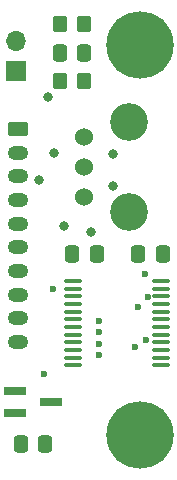
<source format=gbr>
%TF.GenerationSoftware,KiCad,Pcbnew,(6.0.1)*%
%TF.CreationDate,2022-07-06T13:38:45-07:00*%
%TF.ProjectId,mu100-dit,6d753130-302d-4646-9974-2e6b69636164,rev?*%
%TF.SameCoordinates,PX4a25ef0PY4c3f880*%
%TF.FileFunction,Soldermask,Top*%
%TF.FilePolarity,Negative*%
%FSLAX46Y46*%
G04 Gerber Fmt 4.6, Leading zero omitted, Abs format (unit mm)*
G04 Created by KiCad (PCBNEW (6.0.1)) date 2022-07-06 13:38:45*
%MOMM*%
%LPD*%
G01*
G04 APERTURE LIST*
G04 Aperture macros list*
%AMRoundRect*
0 Rectangle with rounded corners*
0 $1 Rounding radius*
0 $2 $3 $4 $5 $6 $7 $8 $9 X,Y pos of 4 corners*
0 Add a 4 corners polygon primitive as box body*
4,1,4,$2,$3,$4,$5,$6,$7,$8,$9,$2,$3,0*
0 Add four circle primitives for the rounded corners*
1,1,$1+$1,$2,$3*
1,1,$1+$1,$4,$5*
1,1,$1+$1,$6,$7*
1,1,$1+$1,$8,$9*
0 Add four rect primitives between the rounded corners*
20,1,$1+$1,$2,$3,$4,$5,0*
20,1,$1+$1,$4,$5,$6,$7,0*
20,1,$1+$1,$6,$7,$8,$9,0*
20,1,$1+$1,$8,$9,$2,$3,0*%
G04 Aperture macros list end*
%ADD10RoundRect,0.250000X-0.337500X-0.475000X0.337500X-0.475000X0.337500X0.475000X-0.337500X0.475000X0*%
%ADD11RoundRect,0.250000X-0.625000X0.350000X-0.625000X-0.350000X0.625000X-0.350000X0.625000X0.350000X0*%
%ADD12O,1.750000X1.200000*%
%ADD13RoundRect,0.100000X-0.637500X-0.100000X0.637500X-0.100000X0.637500X0.100000X-0.637500X0.100000X0*%
%ADD14C,5.700000*%
%ADD15C,3.600000*%
%ADD16C,3.200000*%
%ADD17C,1.524000*%
%ADD18R,1.900000X0.800000*%
%ADD19RoundRect,0.250000X0.337500X0.475000X-0.337500X0.475000X-0.337500X-0.475000X0.337500X-0.475000X0*%
%ADD20R,1.700000X1.700000*%
%ADD21O,1.700000X1.700000*%
%ADD22RoundRect,0.250000X-0.350000X-0.450000X0.350000X-0.450000X0.350000X0.450000X-0.350000X0.450000X0*%
%ADD23C,0.800000*%
%ADD24C,0.600000*%
G04 APERTURE END LIST*
D10*
%TO.C,C3*%
X81292500Y-117227000D03*
X83367500Y-117227000D03*
%TD*%
D11*
%TO.C,J1*%
X81030000Y-90572000D03*
D12*
X81030000Y-92572000D03*
X81030000Y-94572000D03*
X81030000Y-96572000D03*
X81030000Y-98572000D03*
X81030000Y-100572000D03*
X81030000Y-102572000D03*
X81030000Y-104572000D03*
X81030000Y-106572000D03*
X81030000Y-108572000D03*
%TD*%
D13*
%TO.C,U2*%
X85739500Y-103413427D03*
X85739500Y-104063427D03*
X85739500Y-104713427D03*
X85739500Y-105363427D03*
X85739500Y-106013427D03*
X85739500Y-106663427D03*
X85739500Y-107313427D03*
X85739500Y-107963427D03*
X85739500Y-108613427D03*
X85739500Y-109263427D03*
X85739500Y-109913427D03*
X85739500Y-110563427D03*
X93164500Y-110563427D03*
X93164500Y-109913427D03*
X93164500Y-109263427D03*
X93164500Y-108613427D03*
X93164500Y-107963427D03*
X93164500Y-107313427D03*
X93164500Y-106663427D03*
X93164500Y-106013427D03*
X93164500Y-105363427D03*
X93164500Y-104713427D03*
X93164500Y-104063427D03*
X93164500Y-103413427D03*
%TD*%
D14*
%TO.C,H1*%
X91350000Y-83452000D03*
D15*
X91350000Y-83452000D03*
%TD*%
D16*
%TO.C,U1*%
X90430000Y-89992000D03*
X90430000Y-97612000D03*
D17*
X86620000Y-91262000D03*
X86620000Y-93802000D03*
X86620000Y-96342000D03*
%TD*%
D10*
%TO.C,C2*%
X91208500Y-101140000D03*
X93283500Y-101140000D03*
%TD*%
D18*
%TO.C,U3*%
X80830000Y-112702000D03*
X80830000Y-114602000D03*
X83830000Y-113652000D03*
%TD*%
D19*
%TO.C,C1*%
X87695500Y-101140000D03*
X85620500Y-101140000D03*
%TD*%
D14*
%TO.C,H2*%
X91350000Y-116452000D03*
D15*
X91350000Y-116452000D03*
%TD*%
D20*
%TO.C,J2*%
X80910000Y-85675000D03*
D21*
X80910000Y-83135000D03*
%TD*%
D22*
%TO.C,R1*%
X84628572Y-86452000D03*
X86628572Y-86452000D03*
%TD*%
%TO.C,R2*%
X84628572Y-81702000D03*
X86628572Y-81702000D03*
%TD*%
D19*
%TO.C,C4*%
X86636072Y-84077000D03*
X84561072Y-84077000D03*
%TD*%
D23*
X83550000Y-87826000D03*
X87200000Y-99282000D03*
X82850000Y-94882000D03*
X84060000Y-92542000D03*
X89070000Y-95352000D03*
X84970000Y-98752000D03*
X89130000Y-92702000D03*
D24*
X83260000Y-111322000D03*
X84016400Y-104137200D03*
X87889978Y-106829600D03*
X87877200Y-107744000D03*
X87885439Y-108751761D03*
X87877200Y-109674400D03*
X91230000Y-105585000D03*
X92037242Y-104738927D03*
X91839600Y-102841800D03*
X90925200Y-109003500D03*
X91915800Y-108379000D03*
M02*

</source>
